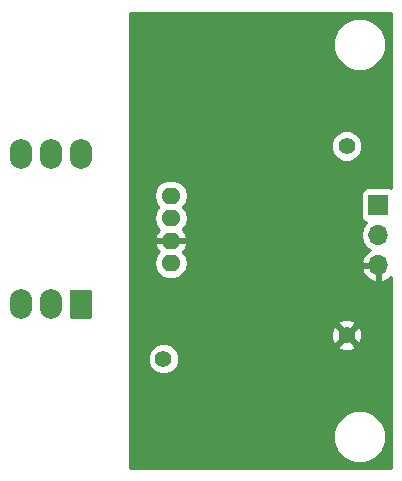
<source format=gbr>
G04 #@! TF.GenerationSoftware,KiCad,Pcbnew,(5.0.2)-1*
G04 #@! TF.CreationDate,2021-01-16T16:16:25+09:00*
G04 #@! TF.ProjectId,LEMCurrentSensor,4c454d43-7572-4726-956e-7453656e736f,rev?*
G04 #@! TF.SameCoordinates,Original*
G04 #@! TF.FileFunction,Copper,L2,Bot*
G04 #@! TF.FilePolarity,Positive*
%FSLAX46Y46*%
G04 Gerber Fmt 4.6, Leading zero omitted, Abs format (unit mm)*
G04 Created by KiCad (PCBNEW (5.0.2)-1) date 2021/01/16 16:16:25*
%MOMM*%
%LPD*%
G01*
G04 APERTURE LIST*
G04 #@! TA.AperFunction,ComponentPad*
%ADD10O,1.600000X1.400000*%
G04 #@! TD*
G04 #@! TA.AperFunction,ComponentPad*
%ADD11O,1.900000X2.500000*%
G04 #@! TD*
G04 #@! TA.AperFunction,Conductor*
%ADD12C,0.100000*%
G04 #@! TD*
G04 #@! TA.AperFunction,ComponentPad*
%ADD13C,1.900000*%
G04 #@! TD*
G04 #@! TA.AperFunction,ComponentPad*
%ADD14R,1.700000X1.700000*%
G04 #@! TD*
G04 #@! TA.AperFunction,ComponentPad*
%ADD15O,1.700000X1.700000*%
G04 #@! TD*
G04 #@! TA.AperFunction,ComponentPad*
%ADD16C,1.400000*%
G04 #@! TD*
G04 #@! TA.AperFunction,Conductor*
%ADD17C,0.254000*%
G04 #@! TD*
G04 APERTURE END LIST*
D10*
G04 #@! TO.P,U1,7*
G04 #@! TO.N,N/C*
X85620000Y-36192500D03*
G04 #@! TO.P,U1,10*
G04 #@! TO.N,+5V*
X85620000Y-41907500D03*
G04 #@! TO.P,U1,9*
G04 #@! TO.N,GND*
X85620000Y-40002500D03*
G04 #@! TO.P,U1,8*
G04 #@! TO.N,Net-(R1-Pad2)*
X85620000Y-38097500D03*
D11*
G04 #@! TO.P,U1,2*
G04 #@! TO.N,Net-(J1-Pad1)*
X75460000Y-45400000D03*
D12*
G04 #@! TD*
G04 #@! TO.N,Net-(J1-Pad1)*
G04 #@! TO.C,U1*
G36*
X78735779Y-44151144D02*
X78758834Y-44154563D01*
X78781443Y-44160227D01*
X78803387Y-44168079D01*
X78824457Y-44178044D01*
X78844448Y-44190026D01*
X78863168Y-44203910D01*
X78880438Y-44219562D01*
X78896090Y-44236832D01*
X78909974Y-44255552D01*
X78921956Y-44275543D01*
X78931921Y-44296613D01*
X78939773Y-44318557D01*
X78945437Y-44341166D01*
X78948856Y-44364221D01*
X78950000Y-44387500D01*
X78950000Y-46412500D01*
X78948856Y-46435779D01*
X78945437Y-46458834D01*
X78939773Y-46481443D01*
X78931921Y-46503387D01*
X78921956Y-46524457D01*
X78909974Y-46544448D01*
X78896090Y-46563168D01*
X78880438Y-46580438D01*
X78863168Y-46596090D01*
X78844448Y-46609974D01*
X78824457Y-46621956D01*
X78803387Y-46631921D01*
X78781443Y-46639773D01*
X78758834Y-46645437D01*
X78735779Y-46648856D01*
X78712500Y-46650000D01*
X77287500Y-46650000D01*
X77264221Y-46648856D01*
X77241166Y-46645437D01*
X77218557Y-46639773D01*
X77196613Y-46631921D01*
X77175543Y-46621956D01*
X77155552Y-46609974D01*
X77136832Y-46596090D01*
X77119562Y-46580438D01*
X77103910Y-46563168D01*
X77090026Y-46544448D01*
X77078044Y-46524457D01*
X77068079Y-46503387D01*
X77060227Y-46481443D01*
X77054563Y-46458834D01*
X77051144Y-46435779D01*
X77050000Y-46412500D01*
X77050000Y-44387500D01*
X77051144Y-44364221D01*
X77054563Y-44341166D01*
X77060227Y-44318557D01*
X77068079Y-44296613D01*
X77078044Y-44275543D01*
X77090026Y-44255552D01*
X77103910Y-44236832D01*
X77119562Y-44219562D01*
X77136832Y-44203910D01*
X77155552Y-44190026D01*
X77175543Y-44178044D01*
X77196613Y-44168079D01*
X77218557Y-44160227D01*
X77241166Y-44154563D01*
X77264221Y-44151144D01*
X77287500Y-44150000D01*
X78712500Y-44150000D01*
X78735779Y-44151144D01*
X78735779Y-44151144D01*
G37*
D13*
G04 #@! TO.P,U1,1*
G04 #@! TO.N,Net-(J1-Pad1)*
X78000000Y-45400000D03*
D11*
G04 #@! TO.P,U1,3*
X72920000Y-45400000D03*
G04 #@! TO.P,U1,4*
G04 #@! TO.N,Net-(J2-Pad1)*
X72920000Y-32700000D03*
G04 #@! TO.P,U1,6*
X78000000Y-32700000D03*
G04 #@! TO.P,U1,5*
X75460000Y-32700000D03*
G04 #@! TD*
D14*
G04 #@! TO.P,J3,1*
G04 #@! TO.N,+5V*
X103200000Y-37000000D03*
D15*
G04 #@! TO.P,J3,2*
G04 #@! TO.N,Net-(J3-Pad2)*
X103200000Y-39540000D03*
G04 #@! TO.P,J3,3*
G04 #@! TO.N,GND*
X103200000Y-42080000D03*
G04 #@! TD*
D16*
G04 #@! TO.P,TP1,1*
G04 #@! TO.N,Net-(R1-Pad2)*
X85000000Y-50000000D03*
G04 #@! TD*
G04 #@! TO.P,TP2,1*
G04 #@! TO.N,Net-(J3-Pad2)*
X100500000Y-32000000D03*
G04 #@! TD*
G04 #@! TO.P,TP3,1*
G04 #@! TO.N,GND*
X100500000Y-48000000D03*
G04 #@! TD*
D17*
G04 #@! TO.N,GND*
G36*
X104265001Y-35545326D02*
X104050000Y-35502560D01*
X102350000Y-35502560D01*
X102102235Y-35551843D01*
X101892191Y-35692191D01*
X101751843Y-35902235D01*
X101702560Y-36150000D01*
X101702560Y-37850000D01*
X101751843Y-38097765D01*
X101892191Y-38307809D01*
X102102235Y-38448157D01*
X102147619Y-38457184D01*
X102129375Y-38469375D01*
X101801161Y-38960582D01*
X101685908Y-39540000D01*
X101801161Y-40119418D01*
X102129375Y-40610625D01*
X102448478Y-40823843D01*
X102318642Y-40884817D01*
X101928355Y-41313076D01*
X101758524Y-41723110D01*
X101879845Y-41953000D01*
X103073000Y-41953000D01*
X103073000Y-41933000D01*
X103327000Y-41933000D01*
X103327000Y-41953000D01*
X103347000Y-41953000D01*
X103347000Y-42207000D01*
X103327000Y-42207000D01*
X103327000Y-43400819D01*
X103556892Y-43521486D01*
X104081358Y-43275183D01*
X104265000Y-43073674D01*
X104265000Y-59265000D01*
X82127000Y-59265000D01*
X82127000Y-56155431D01*
X99365000Y-56155431D01*
X99365000Y-57044569D01*
X99705259Y-57866026D01*
X100333974Y-58494741D01*
X101155431Y-58835000D01*
X102044569Y-58835000D01*
X102866026Y-58494741D01*
X103494741Y-57866026D01*
X103835000Y-57044569D01*
X103835000Y-56155431D01*
X103494741Y-55333974D01*
X102866026Y-54705259D01*
X102044569Y-54365000D01*
X101155431Y-54365000D01*
X100333974Y-54705259D01*
X99705259Y-55333974D01*
X99365000Y-56155431D01*
X82127000Y-56155431D01*
X82127000Y-49734452D01*
X83665000Y-49734452D01*
X83665000Y-50265548D01*
X83868242Y-50756217D01*
X84243783Y-51131758D01*
X84734452Y-51335000D01*
X85265548Y-51335000D01*
X85756217Y-51131758D01*
X86131758Y-50756217D01*
X86335000Y-50265548D01*
X86335000Y-49734452D01*
X86131758Y-49243783D01*
X85823250Y-48935275D01*
X99744331Y-48935275D01*
X99806169Y-49171042D01*
X100307122Y-49347419D01*
X100837440Y-49318664D01*
X101193831Y-49171042D01*
X101255669Y-48935275D01*
X100500000Y-48179605D01*
X99744331Y-48935275D01*
X85823250Y-48935275D01*
X85756217Y-48868242D01*
X85265548Y-48665000D01*
X84734452Y-48665000D01*
X84243783Y-48868242D01*
X83868242Y-49243783D01*
X83665000Y-49734452D01*
X82127000Y-49734452D01*
X82127000Y-47807122D01*
X99152581Y-47807122D01*
X99181336Y-48337440D01*
X99328958Y-48693831D01*
X99564725Y-48755669D01*
X100320395Y-48000000D01*
X100679605Y-48000000D01*
X101435275Y-48755669D01*
X101671042Y-48693831D01*
X101847419Y-48192878D01*
X101818664Y-47662560D01*
X101671042Y-47306169D01*
X101435275Y-47244331D01*
X100679605Y-48000000D01*
X100320395Y-48000000D01*
X99564725Y-47244331D01*
X99328958Y-47306169D01*
X99152581Y-47807122D01*
X82127000Y-47807122D01*
X82127000Y-47064725D01*
X99744331Y-47064725D01*
X100500000Y-47820395D01*
X101255669Y-47064725D01*
X101193831Y-46828958D01*
X100692878Y-46652581D01*
X100162560Y-46681336D01*
X99806169Y-46828958D01*
X99744331Y-47064725D01*
X82127000Y-47064725D01*
X82127000Y-41907500D01*
X84158846Y-41907500D01*
X84262458Y-42428391D01*
X84557519Y-42869981D01*
X84999109Y-43165042D01*
X85388515Y-43242500D01*
X85851485Y-43242500D01*
X86240891Y-43165042D01*
X86682481Y-42869981D01*
X86971863Y-42436890D01*
X101758524Y-42436890D01*
X101928355Y-42846924D01*
X102318642Y-43275183D01*
X102843108Y-43521486D01*
X103073000Y-43400819D01*
X103073000Y-42207000D01*
X101879845Y-42207000D01*
X101758524Y-42436890D01*
X86971863Y-42436890D01*
X86977542Y-42428391D01*
X87081154Y-41907500D01*
X86977542Y-41386609D01*
X86682481Y-40945019D01*
X86649995Y-40923312D01*
X86814870Y-40764595D01*
X87012716Y-40335829D01*
X86889374Y-40129500D01*
X85747000Y-40129500D01*
X85747000Y-40149500D01*
X85493000Y-40149500D01*
X85493000Y-40129500D01*
X84350626Y-40129500D01*
X84227284Y-40335829D01*
X84425130Y-40764595D01*
X84590005Y-40923312D01*
X84557519Y-40945019D01*
X84262458Y-41386609D01*
X84158846Y-41907500D01*
X82127000Y-41907500D01*
X82127000Y-36192500D01*
X84158846Y-36192500D01*
X84262458Y-36713391D01*
X84550850Y-37145000D01*
X84262458Y-37576609D01*
X84158846Y-38097500D01*
X84262458Y-38618391D01*
X84557519Y-39059981D01*
X84590005Y-39081688D01*
X84425130Y-39240405D01*
X84227284Y-39669171D01*
X84350626Y-39875500D01*
X85493000Y-39875500D01*
X85493000Y-39855500D01*
X85747000Y-39855500D01*
X85747000Y-39875500D01*
X86889374Y-39875500D01*
X87012716Y-39669171D01*
X86814870Y-39240405D01*
X86649995Y-39081688D01*
X86682481Y-39059981D01*
X86977542Y-38618391D01*
X87081154Y-38097500D01*
X86977542Y-37576609D01*
X86689150Y-37145000D01*
X86977542Y-36713391D01*
X87081154Y-36192500D01*
X86977542Y-35671609D01*
X86682481Y-35230019D01*
X86240891Y-34934958D01*
X85851485Y-34857500D01*
X85388515Y-34857500D01*
X84999109Y-34934958D01*
X84557519Y-35230019D01*
X84262458Y-35671609D01*
X84158846Y-36192500D01*
X82127000Y-36192500D01*
X82127000Y-31734452D01*
X99165000Y-31734452D01*
X99165000Y-32265548D01*
X99368242Y-32756217D01*
X99743783Y-33131758D01*
X100234452Y-33335000D01*
X100765548Y-33335000D01*
X101256217Y-33131758D01*
X101631758Y-32756217D01*
X101835000Y-32265548D01*
X101835000Y-31734452D01*
X101631758Y-31243783D01*
X101256217Y-30868242D01*
X100765548Y-30665000D01*
X100234452Y-30665000D01*
X99743783Y-30868242D01*
X99368242Y-31243783D01*
X99165000Y-31734452D01*
X82127000Y-31734452D01*
X82127000Y-22955431D01*
X99365000Y-22955431D01*
X99365000Y-23844569D01*
X99705259Y-24666026D01*
X100333974Y-25294741D01*
X101155431Y-25635000D01*
X102044569Y-25635000D01*
X102866026Y-25294741D01*
X103494741Y-24666026D01*
X103835000Y-23844569D01*
X103835000Y-22955431D01*
X103494741Y-22133974D01*
X102866026Y-21505259D01*
X102044569Y-21165000D01*
X101155431Y-21165000D01*
X100333974Y-21505259D01*
X99705259Y-22133974D01*
X99365000Y-22955431D01*
X82127000Y-22955431D01*
X82127000Y-20735000D01*
X104265001Y-20735000D01*
X104265001Y-35545326D01*
X104265001Y-35545326D01*
G37*
X104265001Y-35545326D02*
X104050000Y-35502560D01*
X102350000Y-35502560D01*
X102102235Y-35551843D01*
X101892191Y-35692191D01*
X101751843Y-35902235D01*
X101702560Y-36150000D01*
X101702560Y-37850000D01*
X101751843Y-38097765D01*
X101892191Y-38307809D01*
X102102235Y-38448157D01*
X102147619Y-38457184D01*
X102129375Y-38469375D01*
X101801161Y-38960582D01*
X101685908Y-39540000D01*
X101801161Y-40119418D01*
X102129375Y-40610625D01*
X102448478Y-40823843D01*
X102318642Y-40884817D01*
X101928355Y-41313076D01*
X101758524Y-41723110D01*
X101879845Y-41953000D01*
X103073000Y-41953000D01*
X103073000Y-41933000D01*
X103327000Y-41933000D01*
X103327000Y-41953000D01*
X103347000Y-41953000D01*
X103347000Y-42207000D01*
X103327000Y-42207000D01*
X103327000Y-43400819D01*
X103556892Y-43521486D01*
X104081358Y-43275183D01*
X104265000Y-43073674D01*
X104265000Y-59265000D01*
X82127000Y-59265000D01*
X82127000Y-56155431D01*
X99365000Y-56155431D01*
X99365000Y-57044569D01*
X99705259Y-57866026D01*
X100333974Y-58494741D01*
X101155431Y-58835000D01*
X102044569Y-58835000D01*
X102866026Y-58494741D01*
X103494741Y-57866026D01*
X103835000Y-57044569D01*
X103835000Y-56155431D01*
X103494741Y-55333974D01*
X102866026Y-54705259D01*
X102044569Y-54365000D01*
X101155431Y-54365000D01*
X100333974Y-54705259D01*
X99705259Y-55333974D01*
X99365000Y-56155431D01*
X82127000Y-56155431D01*
X82127000Y-49734452D01*
X83665000Y-49734452D01*
X83665000Y-50265548D01*
X83868242Y-50756217D01*
X84243783Y-51131758D01*
X84734452Y-51335000D01*
X85265548Y-51335000D01*
X85756217Y-51131758D01*
X86131758Y-50756217D01*
X86335000Y-50265548D01*
X86335000Y-49734452D01*
X86131758Y-49243783D01*
X85823250Y-48935275D01*
X99744331Y-48935275D01*
X99806169Y-49171042D01*
X100307122Y-49347419D01*
X100837440Y-49318664D01*
X101193831Y-49171042D01*
X101255669Y-48935275D01*
X100500000Y-48179605D01*
X99744331Y-48935275D01*
X85823250Y-48935275D01*
X85756217Y-48868242D01*
X85265548Y-48665000D01*
X84734452Y-48665000D01*
X84243783Y-48868242D01*
X83868242Y-49243783D01*
X83665000Y-49734452D01*
X82127000Y-49734452D01*
X82127000Y-47807122D01*
X99152581Y-47807122D01*
X99181336Y-48337440D01*
X99328958Y-48693831D01*
X99564725Y-48755669D01*
X100320395Y-48000000D01*
X100679605Y-48000000D01*
X101435275Y-48755669D01*
X101671042Y-48693831D01*
X101847419Y-48192878D01*
X101818664Y-47662560D01*
X101671042Y-47306169D01*
X101435275Y-47244331D01*
X100679605Y-48000000D01*
X100320395Y-48000000D01*
X99564725Y-47244331D01*
X99328958Y-47306169D01*
X99152581Y-47807122D01*
X82127000Y-47807122D01*
X82127000Y-47064725D01*
X99744331Y-47064725D01*
X100500000Y-47820395D01*
X101255669Y-47064725D01*
X101193831Y-46828958D01*
X100692878Y-46652581D01*
X100162560Y-46681336D01*
X99806169Y-46828958D01*
X99744331Y-47064725D01*
X82127000Y-47064725D01*
X82127000Y-41907500D01*
X84158846Y-41907500D01*
X84262458Y-42428391D01*
X84557519Y-42869981D01*
X84999109Y-43165042D01*
X85388515Y-43242500D01*
X85851485Y-43242500D01*
X86240891Y-43165042D01*
X86682481Y-42869981D01*
X86971863Y-42436890D01*
X101758524Y-42436890D01*
X101928355Y-42846924D01*
X102318642Y-43275183D01*
X102843108Y-43521486D01*
X103073000Y-43400819D01*
X103073000Y-42207000D01*
X101879845Y-42207000D01*
X101758524Y-42436890D01*
X86971863Y-42436890D01*
X86977542Y-42428391D01*
X87081154Y-41907500D01*
X86977542Y-41386609D01*
X86682481Y-40945019D01*
X86649995Y-40923312D01*
X86814870Y-40764595D01*
X87012716Y-40335829D01*
X86889374Y-40129500D01*
X85747000Y-40129500D01*
X85747000Y-40149500D01*
X85493000Y-40149500D01*
X85493000Y-40129500D01*
X84350626Y-40129500D01*
X84227284Y-40335829D01*
X84425130Y-40764595D01*
X84590005Y-40923312D01*
X84557519Y-40945019D01*
X84262458Y-41386609D01*
X84158846Y-41907500D01*
X82127000Y-41907500D01*
X82127000Y-36192500D01*
X84158846Y-36192500D01*
X84262458Y-36713391D01*
X84550850Y-37145000D01*
X84262458Y-37576609D01*
X84158846Y-38097500D01*
X84262458Y-38618391D01*
X84557519Y-39059981D01*
X84590005Y-39081688D01*
X84425130Y-39240405D01*
X84227284Y-39669171D01*
X84350626Y-39875500D01*
X85493000Y-39875500D01*
X85493000Y-39855500D01*
X85747000Y-39855500D01*
X85747000Y-39875500D01*
X86889374Y-39875500D01*
X87012716Y-39669171D01*
X86814870Y-39240405D01*
X86649995Y-39081688D01*
X86682481Y-39059981D01*
X86977542Y-38618391D01*
X87081154Y-38097500D01*
X86977542Y-37576609D01*
X86689150Y-37145000D01*
X86977542Y-36713391D01*
X87081154Y-36192500D01*
X86977542Y-35671609D01*
X86682481Y-35230019D01*
X86240891Y-34934958D01*
X85851485Y-34857500D01*
X85388515Y-34857500D01*
X84999109Y-34934958D01*
X84557519Y-35230019D01*
X84262458Y-35671609D01*
X84158846Y-36192500D01*
X82127000Y-36192500D01*
X82127000Y-31734452D01*
X99165000Y-31734452D01*
X99165000Y-32265548D01*
X99368242Y-32756217D01*
X99743783Y-33131758D01*
X100234452Y-33335000D01*
X100765548Y-33335000D01*
X101256217Y-33131758D01*
X101631758Y-32756217D01*
X101835000Y-32265548D01*
X101835000Y-31734452D01*
X101631758Y-31243783D01*
X101256217Y-30868242D01*
X100765548Y-30665000D01*
X100234452Y-30665000D01*
X99743783Y-30868242D01*
X99368242Y-31243783D01*
X99165000Y-31734452D01*
X82127000Y-31734452D01*
X82127000Y-22955431D01*
X99365000Y-22955431D01*
X99365000Y-23844569D01*
X99705259Y-24666026D01*
X100333974Y-25294741D01*
X101155431Y-25635000D01*
X102044569Y-25635000D01*
X102866026Y-25294741D01*
X103494741Y-24666026D01*
X103835000Y-23844569D01*
X103835000Y-22955431D01*
X103494741Y-22133974D01*
X102866026Y-21505259D01*
X102044569Y-21165000D01*
X101155431Y-21165000D01*
X100333974Y-21505259D01*
X99705259Y-22133974D01*
X99365000Y-22955431D01*
X82127000Y-22955431D01*
X82127000Y-20735000D01*
X104265001Y-20735000D01*
X104265001Y-35545326D01*
G04 #@! TD*
M02*

</source>
